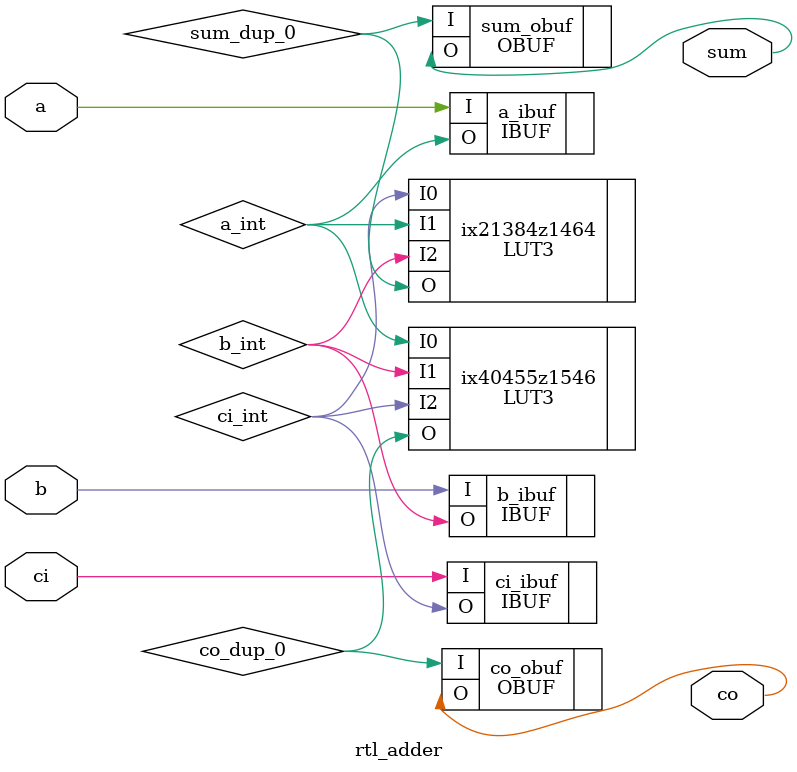
<source format=v>


module rtl_adder ( a, b, ci, sum, co ) ;

    input a ;
    input b ;
    input ci ;
    output sum ;
    output co ;

    wire a_int, b_int, ci_int, sum_dup_0, co_dup_0;



    OBUF co_obuf (.O (co), .I (co_dup_0)) ;
    OBUF sum_obuf (.O (sum), .I (sum_dup_0)) ;
    IBUF ci_ibuf (.O (ci_int), .I (ci)) ;
    IBUF b_ibuf (.O (b_int), .I (b)) ;
    IBUF a_ibuf (.O (a_int), .I (a)) ;
    LUT3 ix21384z1464 (.O (sum_dup_0), .I0 (ci_int), .I1 (a_int), .I2 (b_int)) ;
         defparam ix21384z1464.INIT = 8'h96;
    LUT3 ix40455z1546 (.O (co_dup_0), .I0 (a_int), .I1 (b_int), .I2 (ci_int)) ;
         defparam ix40455z1546.INIT = 8'hE8;
endmodule


</source>
